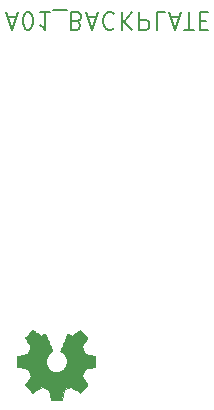
<source format=gbr>
G04 #@! TF.GenerationSoftware,KiCad,Pcbnew,5.1.5-52549c5~86~ubuntu18.04.1*
G04 #@! TF.CreationDate,2020-08-23T01:07:05-05:00*
G04 #@! TF.ProjectId,A01,4130312e-6b69-4636-9164-5f7063625858,rev?*
G04 #@! TF.SameCoordinates,Original*
G04 #@! TF.FileFunction,Legend,Bot*
G04 #@! TF.FilePolarity,Positive*
%FSLAX46Y46*%
G04 Gerber Fmt 4.6, Leading zero omitted, Abs format (unit mm)*
G04 Created by KiCad (PCBNEW 5.1.5-52549c5~86~ubuntu18.04.1) date 2020-08-23 01:07:05*
%MOMM*%
%LPD*%
G04 APERTURE LIST*
%ADD10C,0.150000*%
%ADD11C,0.010000*%
G04 APERTURE END LIST*
D10*
X58937000Y-21340000D02*
X59651285Y-21340000D01*
X58794142Y-20911428D02*
X59294142Y-22411428D01*
X59794142Y-20911428D01*
X60579857Y-22411428D02*
X60722714Y-22411428D01*
X60865571Y-22340000D01*
X60937000Y-22268571D01*
X61008428Y-22125714D01*
X61079857Y-21840000D01*
X61079857Y-21482857D01*
X61008428Y-21197142D01*
X60937000Y-21054285D01*
X60865571Y-20982857D01*
X60722714Y-20911428D01*
X60579857Y-20911428D01*
X60437000Y-20982857D01*
X60365571Y-21054285D01*
X60294142Y-21197142D01*
X60222714Y-21482857D01*
X60222714Y-21840000D01*
X60294142Y-22125714D01*
X60365571Y-22268571D01*
X60437000Y-22340000D01*
X60579857Y-22411428D01*
X62508428Y-20911428D02*
X61651285Y-20911428D01*
X62079857Y-20911428D02*
X62079857Y-22411428D01*
X61937000Y-22197142D01*
X61794142Y-22054285D01*
X61651285Y-21982857D01*
X62794142Y-20768571D02*
X63937000Y-20768571D01*
X64794142Y-21697142D02*
X65008428Y-21625714D01*
X65079857Y-21554285D01*
X65151285Y-21411428D01*
X65151285Y-21197142D01*
X65079857Y-21054285D01*
X65008428Y-20982857D01*
X64865571Y-20911428D01*
X64294142Y-20911428D01*
X64294142Y-22411428D01*
X64794142Y-22411428D01*
X64937000Y-22340000D01*
X65008428Y-22268571D01*
X65079857Y-22125714D01*
X65079857Y-21982857D01*
X65008428Y-21840000D01*
X64937000Y-21768571D01*
X64794142Y-21697142D01*
X64294142Y-21697142D01*
X65722714Y-21340000D02*
X66437000Y-21340000D01*
X65579857Y-20911428D02*
X66079857Y-22411428D01*
X66579857Y-20911428D01*
X67937000Y-21054285D02*
X67865571Y-20982857D01*
X67651285Y-20911428D01*
X67508428Y-20911428D01*
X67294142Y-20982857D01*
X67151285Y-21125714D01*
X67079857Y-21268571D01*
X67008428Y-21554285D01*
X67008428Y-21768571D01*
X67079857Y-22054285D01*
X67151285Y-22197142D01*
X67294142Y-22340000D01*
X67508428Y-22411428D01*
X67651285Y-22411428D01*
X67865571Y-22340000D01*
X67937000Y-22268571D01*
X68579857Y-20911428D02*
X68579857Y-22411428D01*
X69437000Y-20911428D02*
X68794142Y-21768571D01*
X69437000Y-22411428D02*
X68579857Y-21554285D01*
X70079857Y-20911428D02*
X70079857Y-22411428D01*
X70651285Y-22411428D01*
X70794142Y-22340000D01*
X70865571Y-22268571D01*
X70937000Y-22125714D01*
X70937000Y-21911428D01*
X70865571Y-21768571D01*
X70794142Y-21697142D01*
X70651285Y-21625714D01*
X70079857Y-21625714D01*
X72294142Y-20911428D02*
X71579857Y-20911428D01*
X71579857Y-22411428D01*
X72722714Y-21340000D02*
X73437000Y-21340000D01*
X72579857Y-20911428D02*
X73079857Y-22411428D01*
X73579857Y-20911428D01*
X73865571Y-22411428D02*
X74722714Y-22411428D01*
X74294142Y-20911428D02*
X74294142Y-22411428D01*
X75222714Y-21697142D02*
X75722714Y-21697142D01*
X75937000Y-20911428D02*
X75222714Y-20911428D01*
X75222714Y-22411428D01*
X75937000Y-22411428D01*
D11*
G36*
X63598614Y-53331069D02*
G01*
X63682435Y-52886445D01*
X63991720Y-52758947D01*
X64301006Y-52631449D01*
X64672046Y-52883754D01*
X64775957Y-52954004D01*
X64869887Y-53016728D01*
X64949452Y-53069062D01*
X65010270Y-53108143D01*
X65047957Y-53131107D01*
X65058221Y-53136058D01*
X65076710Y-53123324D01*
X65116220Y-53088118D01*
X65172322Y-53034938D01*
X65240587Y-52968282D01*
X65316586Y-52892646D01*
X65395892Y-52812528D01*
X65474075Y-52732426D01*
X65546707Y-52656836D01*
X65609359Y-52590255D01*
X65657603Y-52537182D01*
X65687010Y-52502113D01*
X65694041Y-52490377D01*
X65683923Y-52468740D01*
X65655559Y-52421338D01*
X65611929Y-52352807D01*
X65556018Y-52267785D01*
X65490806Y-52170907D01*
X65453019Y-52115650D01*
X65384143Y-52014752D01*
X65322940Y-51923701D01*
X65272378Y-51847030D01*
X65235428Y-51789272D01*
X65215058Y-51754957D01*
X65211997Y-51747746D01*
X65218936Y-51727252D01*
X65237851Y-51679487D01*
X65265887Y-51611168D01*
X65300191Y-51529011D01*
X65337909Y-51439730D01*
X65376187Y-51350042D01*
X65412170Y-51266662D01*
X65443006Y-51196306D01*
X65465839Y-51145690D01*
X65477817Y-51121529D01*
X65478524Y-51120578D01*
X65497331Y-51115964D01*
X65547418Y-51105672D01*
X65623593Y-51090713D01*
X65720665Y-51072099D01*
X65833443Y-51050841D01*
X65899242Y-51038582D01*
X66019750Y-51015638D01*
X66128597Y-50993805D01*
X66220276Y-50974278D01*
X66289281Y-50958252D01*
X66330104Y-50946921D01*
X66338311Y-50943326D01*
X66346348Y-50918994D01*
X66352833Y-50864041D01*
X66357770Y-50784892D01*
X66361164Y-50687974D01*
X66363018Y-50579713D01*
X66363338Y-50466535D01*
X66362127Y-50354865D01*
X66359390Y-50251132D01*
X66355131Y-50161759D01*
X66349355Y-50093174D01*
X66342067Y-50051803D01*
X66337695Y-50043190D01*
X66311564Y-50032867D01*
X66256193Y-50018108D01*
X66178907Y-50000648D01*
X66087030Y-49982220D01*
X66054958Y-49976259D01*
X65900324Y-49947934D01*
X65778175Y-49925124D01*
X65684473Y-49906920D01*
X65615184Y-49892417D01*
X65566271Y-49880708D01*
X65533697Y-49870885D01*
X65513428Y-49862044D01*
X65501426Y-49853276D01*
X65499747Y-49851543D01*
X65482984Y-49823629D01*
X65457414Y-49769305D01*
X65425588Y-49695223D01*
X65390060Y-49608035D01*
X65353383Y-49514392D01*
X65318111Y-49420948D01*
X65286796Y-49334353D01*
X65261993Y-49261260D01*
X65246254Y-49208322D01*
X65242132Y-49182189D01*
X65242476Y-49181274D01*
X65256441Y-49159914D01*
X65288122Y-49112916D01*
X65334191Y-49045173D01*
X65391318Y-48961577D01*
X65456173Y-48867018D01*
X65474643Y-48840146D01*
X65540499Y-48742725D01*
X65598450Y-48653837D01*
X65645338Y-48578588D01*
X65678007Y-48522080D01*
X65693300Y-48489419D01*
X65694041Y-48485407D01*
X65681192Y-48464316D01*
X65645688Y-48422536D01*
X65592093Y-48364555D01*
X65524971Y-48294865D01*
X65448887Y-48217955D01*
X65368404Y-48138317D01*
X65288087Y-48060439D01*
X65212499Y-47988814D01*
X65146205Y-47927930D01*
X65093769Y-47882279D01*
X65059755Y-47856350D01*
X65050345Y-47852117D01*
X65028443Y-47862088D01*
X64983600Y-47888980D01*
X64923121Y-47928264D01*
X64876589Y-47959883D01*
X64792275Y-48017902D01*
X64692426Y-48086216D01*
X64592273Y-48154421D01*
X64538427Y-48190925D01*
X64356171Y-48314200D01*
X64203181Y-48231480D01*
X64133482Y-48195241D01*
X64074214Y-48167074D01*
X64034111Y-48151009D01*
X64023903Y-48148774D01*
X64011629Y-48165278D01*
X63987413Y-48211918D01*
X63953063Y-48284391D01*
X63910388Y-48378394D01*
X63861194Y-48489626D01*
X63807290Y-48613785D01*
X63750484Y-48746568D01*
X63692582Y-48883673D01*
X63635393Y-49020798D01*
X63580724Y-49153642D01*
X63530384Y-49277902D01*
X63486180Y-49389275D01*
X63449919Y-49483461D01*
X63423409Y-49556156D01*
X63408458Y-49603059D01*
X63406054Y-49619167D01*
X63425111Y-49639714D01*
X63466836Y-49673067D01*
X63522506Y-49712298D01*
X63527178Y-49715401D01*
X63671064Y-49830577D01*
X63787083Y-49964947D01*
X63874230Y-50114216D01*
X63931499Y-50274087D01*
X63957886Y-50440263D01*
X63952385Y-50608448D01*
X63913990Y-50774345D01*
X63841695Y-50933658D01*
X63820426Y-50968513D01*
X63709796Y-51109263D01*
X63579102Y-51222286D01*
X63432864Y-51306997D01*
X63275608Y-51362806D01*
X63111857Y-51389126D01*
X62946133Y-51385370D01*
X62782962Y-51350950D01*
X62626865Y-51285277D01*
X62482367Y-51187765D01*
X62437669Y-51148187D01*
X62323912Y-51024297D01*
X62241018Y-50893876D01*
X62184156Y-50747685D01*
X62152487Y-50602912D01*
X62144669Y-50440140D01*
X62170738Y-50276560D01*
X62228045Y-50117702D01*
X62313944Y-49969094D01*
X62425786Y-49836265D01*
X62560923Y-49724744D01*
X62578683Y-49712989D01*
X62634950Y-49674492D01*
X62677723Y-49641137D01*
X62698172Y-49619840D01*
X62698469Y-49619167D01*
X62694079Y-49596129D01*
X62676676Y-49543843D01*
X62648068Y-49466610D01*
X62610065Y-49368732D01*
X62564474Y-49254509D01*
X62513103Y-49128242D01*
X62457762Y-48994233D01*
X62400258Y-48856782D01*
X62342401Y-48720192D01*
X62285998Y-48588763D01*
X62232858Y-48466795D01*
X62184790Y-48358591D01*
X62143601Y-48268451D01*
X62111101Y-48200677D01*
X62089097Y-48159570D01*
X62080236Y-48148774D01*
X62053160Y-48157181D01*
X62002497Y-48179728D01*
X61936983Y-48212387D01*
X61900959Y-48231480D01*
X61747968Y-48314200D01*
X61565712Y-48190925D01*
X61472675Y-48127772D01*
X61370815Y-48058273D01*
X61275362Y-47992835D01*
X61227550Y-47959883D01*
X61160305Y-47914727D01*
X61103364Y-47878943D01*
X61064154Y-47857062D01*
X61051419Y-47852437D01*
X61032883Y-47864915D01*
X60991859Y-47899748D01*
X60932325Y-47953322D01*
X60858258Y-48022017D01*
X60773635Y-48102219D01*
X60720115Y-48153714D01*
X60626481Y-48245714D01*
X60545559Y-48328001D01*
X60480623Y-48397055D01*
X60434942Y-48449356D01*
X60411789Y-48481384D01*
X60409568Y-48487884D01*
X60419876Y-48512606D01*
X60448361Y-48562595D01*
X60491863Y-48632788D01*
X60547223Y-48718125D01*
X60611280Y-48813544D01*
X60629497Y-48840146D01*
X60695873Y-48936833D01*
X60755422Y-49023883D01*
X60804816Y-49096405D01*
X60840725Y-49149507D01*
X60859819Y-49178297D01*
X60861664Y-49181274D01*
X60858905Y-49204218D01*
X60844262Y-49254664D01*
X60820287Y-49325959D01*
X60789534Y-49411453D01*
X60754556Y-49504493D01*
X60717907Y-49598426D01*
X60682139Y-49686601D01*
X60649806Y-49762366D01*
X60623462Y-49819069D01*
X60605658Y-49850057D01*
X60604393Y-49851543D01*
X60593506Y-49860399D01*
X60575118Y-49869157D01*
X60545194Y-49878723D01*
X60499697Y-49890004D01*
X60434591Y-49903907D01*
X60345839Y-49921337D01*
X60229407Y-49943202D01*
X60081258Y-49970409D01*
X60049182Y-49976259D01*
X59954114Y-49994626D01*
X59871235Y-50012595D01*
X59807870Y-50028431D01*
X59771342Y-50040400D01*
X59766444Y-50043190D01*
X59758373Y-50067928D01*
X59751813Y-50123210D01*
X59746767Y-50202611D01*
X59743241Y-50299704D01*
X59741239Y-50408062D01*
X59740764Y-50521260D01*
X59741823Y-50632872D01*
X59744418Y-50736471D01*
X59748554Y-50825632D01*
X59754237Y-50893928D01*
X59761469Y-50934934D01*
X59765829Y-50943326D01*
X59790102Y-50951792D01*
X59845374Y-50965565D01*
X59926138Y-50983450D01*
X60026888Y-51004252D01*
X60142117Y-51026777D01*
X60204898Y-51038582D01*
X60324013Y-51060849D01*
X60430235Y-51081021D01*
X60518373Y-51098085D01*
X60583234Y-51111031D01*
X60619626Y-51118845D01*
X60625616Y-51120578D01*
X60635739Y-51140110D01*
X60657138Y-51187157D01*
X60686961Y-51254997D01*
X60722355Y-51336909D01*
X60760468Y-51426172D01*
X60798447Y-51516065D01*
X60833440Y-51599865D01*
X60862594Y-51670853D01*
X60883057Y-51722306D01*
X60891977Y-51747503D01*
X60892143Y-51748604D01*
X60882031Y-51768481D01*
X60853683Y-51814223D01*
X60810077Y-51881283D01*
X60754194Y-51965116D01*
X60689013Y-52061174D01*
X60651121Y-52116350D01*
X60582075Y-52217519D01*
X60520750Y-52309370D01*
X60470137Y-52387256D01*
X60433229Y-52446531D01*
X60413018Y-52482549D01*
X60410099Y-52490623D01*
X60422647Y-52509416D01*
X60457337Y-52549543D01*
X60509737Y-52606507D01*
X60575416Y-52675815D01*
X60649944Y-52752969D01*
X60728887Y-52833475D01*
X60807817Y-52912837D01*
X60882300Y-52986560D01*
X60947906Y-53050148D01*
X61000204Y-53099106D01*
X61034761Y-53128939D01*
X61046322Y-53136058D01*
X61065146Y-53126047D01*
X61110169Y-53097922D01*
X61177013Y-53054546D01*
X61261301Y-52998782D01*
X61358656Y-52933494D01*
X61432093Y-52883754D01*
X61803133Y-52631449D01*
X62421705Y-52886445D01*
X62505525Y-53331069D01*
X62589346Y-53775693D01*
X63514794Y-53775693D01*
X63598614Y-53331069D01*
G37*
X63598614Y-53331069D02*
X63682435Y-52886445D01*
X63991720Y-52758947D01*
X64301006Y-52631449D01*
X64672046Y-52883754D01*
X64775957Y-52954004D01*
X64869887Y-53016728D01*
X64949452Y-53069062D01*
X65010270Y-53108143D01*
X65047957Y-53131107D01*
X65058221Y-53136058D01*
X65076710Y-53123324D01*
X65116220Y-53088118D01*
X65172322Y-53034938D01*
X65240587Y-52968282D01*
X65316586Y-52892646D01*
X65395892Y-52812528D01*
X65474075Y-52732426D01*
X65546707Y-52656836D01*
X65609359Y-52590255D01*
X65657603Y-52537182D01*
X65687010Y-52502113D01*
X65694041Y-52490377D01*
X65683923Y-52468740D01*
X65655559Y-52421338D01*
X65611929Y-52352807D01*
X65556018Y-52267785D01*
X65490806Y-52170907D01*
X65453019Y-52115650D01*
X65384143Y-52014752D01*
X65322940Y-51923701D01*
X65272378Y-51847030D01*
X65235428Y-51789272D01*
X65215058Y-51754957D01*
X65211997Y-51747746D01*
X65218936Y-51727252D01*
X65237851Y-51679487D01*
X65265887Y-51611168D01*
X65300191Y-51529011D01*
X65337909Y-51439730D01*
X65376187Y-51350042D01*
X65412170Y-51266662D01*
X65443006Y-51196306D01*
X65465839Y-51145690D01*
X65477817Y-51121529D01*
X65478524Y-51120578D01*
X65497331Y-51115964D01*
X65547418Y-51105672D01*
X65623593Y-51090713D01*
X65720665Y-51072099D01*
X65833443Y-51050841D01*
X65899242Y-51038582D01*
X66019750Y-51015638D01*
X66128597Y-50993805D01*
X66220276Y-50974278D01*
X66289281Y-50958252D01*
X66330104Y-50946921D01*
X66338311Y-50943326D01*
X66346348Y-50918994D01*
X66352833Y-50864041D01*
X66357770Y-50784892D01*
X66361164Y-50687974D01*
X66363018Y-50579713D01*
X66363338Y-50466535D01*
X66362127Y-50354865D01*
X66359390Y-50251132D01*
X66355131Y-50161759D01*
X66349355Y-50093174D01*
X66342067Y-50051803D01*
X66337695Y-50043190D01*
X66311564Y-50032867D01*
X66256193Y-50018108D01*
X66178907Y-50000648D01*
X66087030Y-49982220D01*
X66054958Y-49976259D01*
X65900324Y-49947934D01*
X65778175Y-49925124D01*
X65684473Y-49906920D01*
X65615184Y-49892417D01*
X65566271Y-49880708D01*
X65533697Y-49870885D01*
X65513428Y-49862044D01*
X65501426Y-49853276D01*
X65499747Y-49851543D01*
X65482984Y-49823629D01*
X65457414Y-49769305D01*
X65425588Y-49695223D01*
X65390060Y-49608035D01*
X65353383Y-49514392D01*
X65318111Y-49420948D01*
X65286796Y-49334353D01*
X65261993Y-49261260D01*
X65246254Y-49208322D01*
X65242132Y-49182189D01*
X65242476Y-49181274D01*
X65256441Y-49159914D01*
X65288122Y-49112916D01*
X65334191Y-49045173D01*
X65391318Y-48961577D01*
X65456173Y-48867018D01*
X65474643Y-48840146D01*
X65540499Y-48742725D01*
X65598450Y-48653837D01*
X65645338Y-48578588D01*
X65678007Y-48522080D01*
X65693300Y-48489419D01*
X65694041Y-48485407D01*
X65681192Y-48464316D01*
X65645688Y-48422536D01*
X65592093Y-48364555D01*
X65524971Y-48294865D01*
X65448887Y-48217955D01*
X65368404Y-48138317D01*
X65288087Y-48060439D01*
X65212499Y-47988814D01*
X65146205Y-47927930D01*
X65093769Y-47882279D01*
X65059755Y-47856350D01*
X65050345Y-47852117D01*
X65028443Y-47862088D01*
X64983600Y-47888980D01*
X64923121Y-47928264D01*
X64876589Y-47959883D01*
X64792275Y-48017902D01*
X64692426Y-48086216D01*
X64592273Y-48154421D01*
X64538427Y-48190925D01*
X64356171Y-48314200D01*
X64203181Y-48231480D01*
X64133482Y-48195241D01*
X64074214Y-48167074D01*
X64034111Y-48151009D01*
X64023903Y-48148774D01*
X64011629Y-48165278D01*
X63987413Y-48211918D01*
X63953063Y-48284391D01*
X63910388Y-48378394D01*
X63861194Y-48489626D01*
X63807290Y-48613785D01*
X63750484Y-48746568D01*
X63692582Y-48883673D01*
X63635393Y-49020798D01*
X63580724Y-49153642D01*
X63530384Y-49277902D01*
X63486180Y-49389275D01*
X63449919Y-49483461D01*
X63423409Y-49556156D01*
X63408458Y-49603059D01*
X63406054Y-49619167D01*
X63425111Y-49639714D01*
X63466836Y-49673067D01*
X63522506Y-49712298D01*
X63527178Y-49715401D01*
X63671064Y-49830577D01*
X63787083Y-49964947D01*
X63874230Y-50114216D01*
X63931499Y-50274087D01*
X63957886Y-50440263D01*
X63952385Y-50608448D01*
X63913990Y-50774345D01*
X63841695Y-50933658D01*
X63820426Y-50968513D01*
X63709796Y-51109263D01*
X63579102Y-51222286D01*
X63432864Y-51306997D01*
X63275608Y-51362806D01*
X63111857Y-51389126D01*
X62946133Y-51385370D01*
X62782962Y-51350950D01*
X62626865Y-51285277D01*
X62482367Y-51187765D01*
X62437669Y-51148187D01*
X62323912Y-51024297D01*
X62241018Y-50893876D01*
X62184156Y-50747685D01*
X62152487Y-50602912D01*
X62144669Y-50440140D01*
X62170738Y-50276560D01*
X62228045Y-50117702D01*
X62313944Y-49969094D01*
X62425786Y-49836265D01*
X62560923Y-49724744D01*
X62578683Y-49712989D01*
X62634950Y-49674492D01*
X62677723Y-49641137D01*
X62698172Y-49619840D01*
X62698469Y-49619167D01*
X62694079Y-49596129D01*
X62676676Y-49543843D01*
X62648068Y-49466610D01*
X62610065Y-49368732D01*
X62564474Y-49254509D01*
X62513103Y-49128242D01*
X62457762Y-48994233D01*
X62400258Y-48856782D01*
X62342401Y-48720192D01*
X62285998Y-48588763D01*
X62232858Y-48466795D01*
X62184790Y-48358591D01*
X62143601Y-48268451D01*
X62111101Y-48200677D01*
X62089097Y-48159570D01*
X62080236Y-48148774D01*
X62053160Y-48157181D01*
X62002497Y-48179728D01*
X61936983Y-48212387D01*
X61900959Y-48231480D01*
X61747968Y-48314200D01*
X61565712Y-48190925D01*
X61472675Y-48127772D01*
X61370815Y-48058273D01*
X61275362Y-47992835D01*
X61227550Y-47959883D01*
X61160305Y-47914727D01*
X61103364Y-47878943D01*
X61064154Y-47857062D01*
X61051419Y-47852437D01*
X61032883Y-47864915D01*
X60991859Y-47899748D01*
X60932325Y-47953322D01*
X60858258Y-48022017D01*
X60773635Y-48102219D01*
X60720115Y-48153714D01*
X60626481Y-48245714D01*
X60545559Y-48328001D01*
X60480623Y-48397055D01*
X60434942Y-48449356D01*
X60411789Y-48481384D01*
X60409568Y-48487884D01*
X60419876Y-48512606D01*
X60448361Y-48562595D01*
X60491863Y-48632788D01*
X60547223Y-48718125D01*
X60611280Y-48813544D01*
X60629497Y-48840146D01*
X60695873Y-48936833D01*
X60755422Y-49023883D01*
X60804816Y-49096405D01*
X60840725Y-49149507D01*
X60859819Y-49178297D01*
X60861664Y-49181274D01*
X60858905Y-49204218D01*
X60844262Y-49254664D01*
X60820287Y-49325959D01*
X60789534Y-49411453D01*
X60754556Y-49504493D01*
X60717907Y-49598426D01*
X60682139Y-49686601D01*
X60649806Y-49762366D01*
X60623462Y-49819069D01*
X60605658Y-49850057D01*
X60604393Y-49851543D01*
X60593506Y-49860399D01*
X60575118Y-49869157D01*
X60545194Y-49878723D01*
X60499697Y-49890004D01*
X60434591Y-49903907D01*
X60345839Y-49921337D01*
X60229407Y-49943202D01*
X60081258Y-49970409D01*
X60049182Y-49976259D01*
X59954114Y-49994626D01*
X59871235Y-50012595D01*
X59807870Y-50028431D01*
X59771342Y-50040400D01*
X59766444Y-50043190D01*
X59758373Y-50067928D01*
X59751813Y-50123210D01*
X59746767Y-50202611D01*
X59743241Y-50299704D01*
X59741239Y-50408062D01*
X59740764Y-50521260D01*
X59741823Y-50632872D01*
X59744418Y-50736471D01*
X59748554Y-50825632D01*
X59754237Y-50893928D01*
X59761469Y-50934934D01*
X59765829Y-50943326D01*
X59790102Y-50951792D01*
X59845374Y-50965565D01*
X59926138Y-50983450D01*
X60026888Y-51004252D01*
X60142117Y-51026777D01*
X60204898Y-51038582D01*
X60324013Y-51060849D01*
X60430235Y-51081021D01*
X60518373Y-51098085D01*
X60583234Y-51111031D01*
X60619626Y-51118845D01*
X60625616Y-51120578D01*
X60635739Y-51140110D01*
X60657138Y-51187157D01*
X60686961Y-51254997D01*
X60722355Y-51336909D01*
X60760468Y-51426172D01*
X60798447Y-51516065D01*
X60833440Y-51599865D01*
X60862594Y-51670853D01*
X60883057Y-51722306D01*
X60891977Y-51747503D01*
X60892143Y-51748604D01*
X60882031Y-51768481D01*
X60853683Y-51814223D01*
X60810077Y-51881283D01*
X60754194Y-51965116D01*
X60689013Y-52061174D01*
X60651121Y-52116350D01*
X60582075Y-52217519D01*
X60520750Y-52309370D01*
X60470137Y-52387256D01*
X60433229Y-52446531D01*
X60413018Y-52482549D01*
X60410099Y-52490623D01*
X60422647Y-52509416D01*
X60457337Y-52549543D01*
X60509737Y-52606507D01*
X60575416Y-52675815D01*
X60649944Y-52752969D01*
X60728887Y-52833475D01*
X60807817Y-52912837D01*
X60882300Y-52986560D01*
X60947906Y-53050148D01*
X61000204Y-53099106D01*
X61034761Y-53128939D01*
X61046322Y-53136058D01*
X61065146Y-53126047D01*
X61110169Y-53097922D01*
X61177013Y-53054546D01*
X61261301Y-52998782D01*
X61358656Y-52933494D01*
X61432093Y-52883754D01*
X61803133Y-52631449D01*
X62421705Y-52886445D01*
X62505525Y-53331069D01*
X62589346Y-53775693D01*
X63514794Y-53775693D01*
X63598614Y-53331069D01*
M02*

</source>
